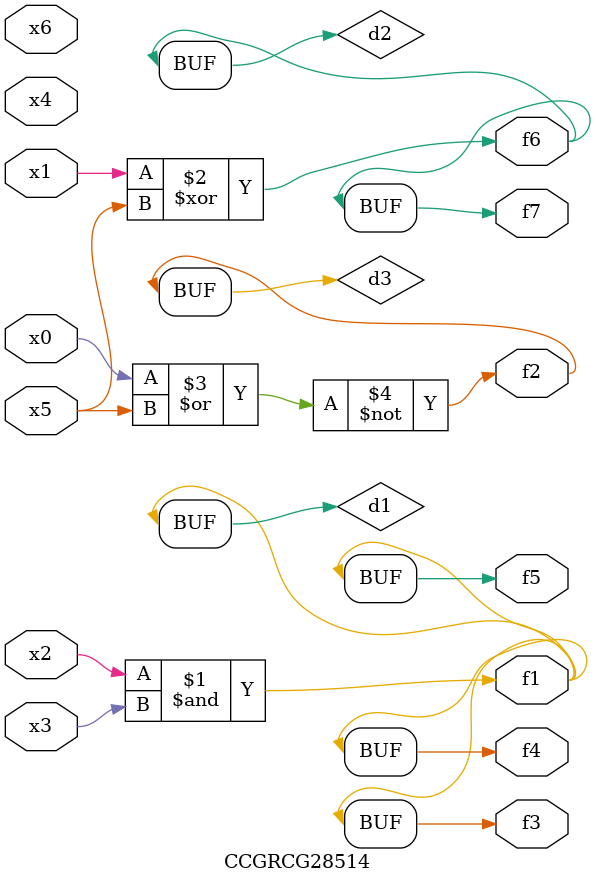
<source format=v>
module CCGRCG28514(
	input x0, x1, x2, x3, x4, x5, x6,
	output f1, f2, f3, f4, f5, f6, f7
);

	wire d1, d2, d3;

	and (d1, x2, x3);
	xor (d2, x1, x5);
	nor (d3, x0, x5);
	assign f1 = d1;
	assign f2 = d3;
	assign f3 = d1;
	assign f4 = d1;
	assign f5 = d1;
	assign f6 = d2;
	assign f7 = d2;
endmodule

</source>
